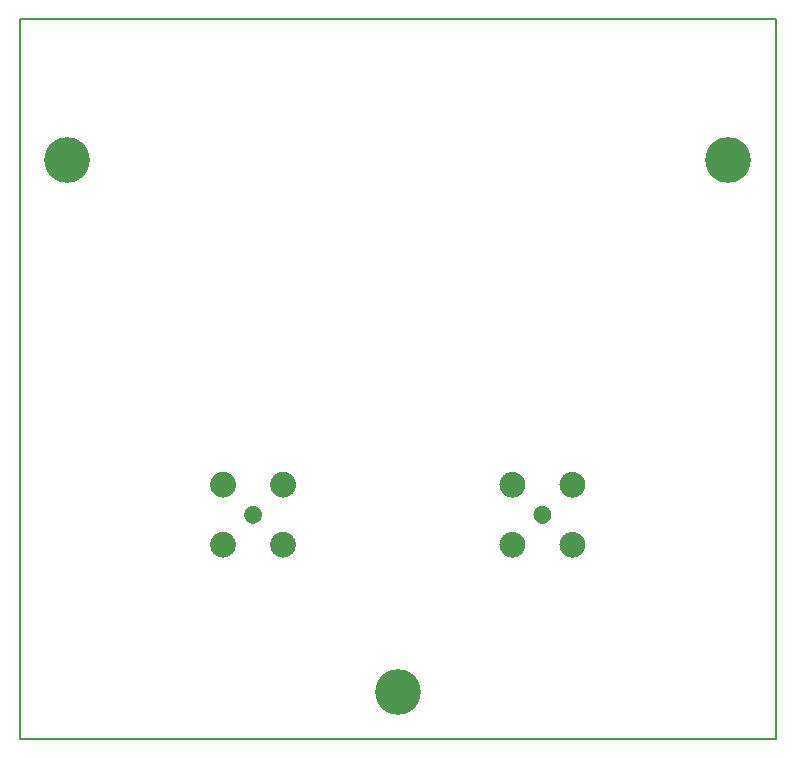
<source format=gbs>
G04*
G04 #@! TF.GenerationSoftware,Altium Limited,Altium Designer,20.0.14 (345)*
G04*
G04 Layer_Color=16711935*
%FSLAX44Y44*%
%MOMM*%
G71*
G01*
G75*
%ADD13C,0.1270*%
%ADD14C,3.8632*%
%ADD19C,2.2000*%
%ADD20C,1.5500*%
D13*
X640000Y610000D02*
X640000Y0D01*
X0D02*
X640000D01*
X0Y610000D02*
X640000D01*
X-0D02*
X0Y0D01*
D14*
X40000Y490000D02*
D03*
X600000D02*
D03*
X320000Y40000D02*
D03*
D19*
X172174Y215400D02*
G03*
X172174Y215400I-10J0D01*
G01*
X222973D02*
G03*
X222973Y215400I-10J0D01*
G01*
X467974D02*
G03*
X467974Y215400I-10J0D01*
G01*
X417174D02*
G03*
X417174Y215400I-10J0D01*
G01*
X467963Y164600D02*
G03*
X467963Y164600I-10J0D01*
G01*
X417164D02*
G03*
X417164Y164600I-10J0D01*
G01*
X172164D02*
G03*
X172164Y164600I-10J0D01*
G01*
X222964D02*
G03*
X222964Y164600I-10J0D01*
G01*
D20*
X442574Y189990D02*
G03*
X442574Y189990I-10J0D01*
G01*
X197574Y190000D02*
G03*
X197574Y190000I-10J0D01*
G01*
M02*

</source>
